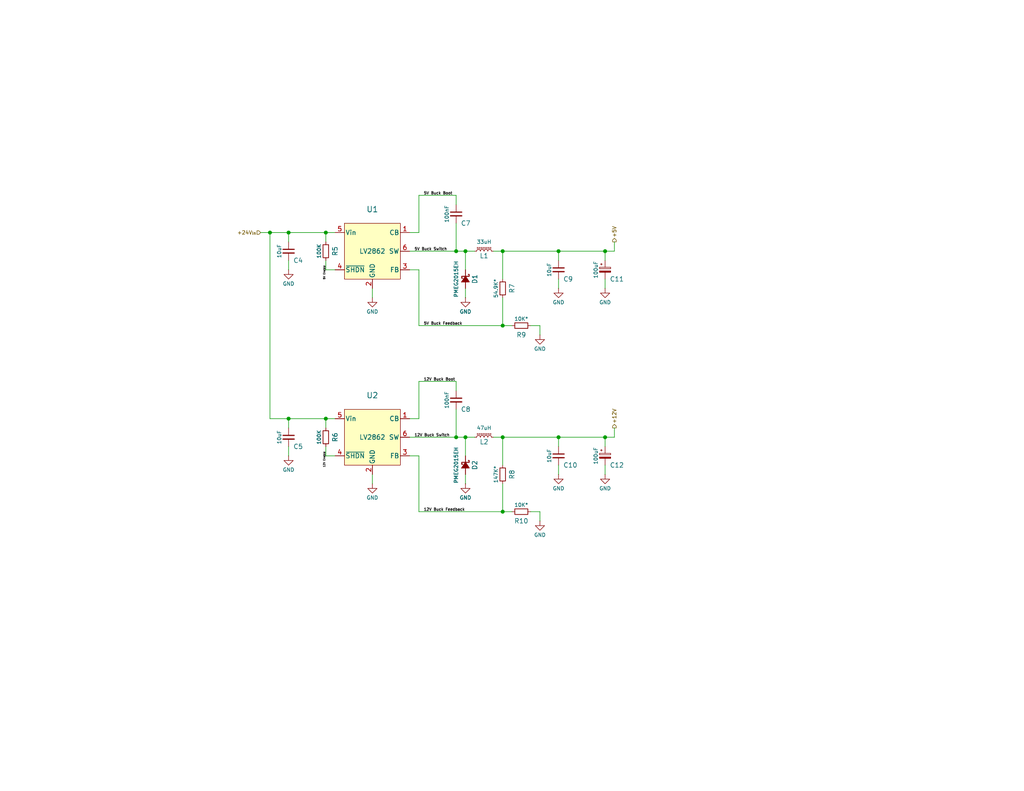
<source format=kicad_sch>
(kicad_sch (version 20231120) (generator "eeschema") (generator_version "8.0")
  (paper "USLetter")
  (title_block (title "Voltage Rails") (date "2025-02-06") (rev "1.0.1") (company "Erratic.Tech"))
  (lib_symbols
    (symbol "KiLight Mono:C_Polarized_Small" (pin_numbers hide) (pin_names (offset 0.254) hide)
      (property "Reference" "C" (at 0.254 1.778 0))
      (property "Value" "C_Polarized_Small" (at 0.254 -2.032 0))
      (symbol "C_Polarized_Small_0_1"
        (rectangle (start -1.524 -0.3048) (end 1.524 -0.6858) (fill (type outline)))
        (rectangle (start -1.524 0.6858) (end 1.524 0.3048))
        (polyline (pts (xy -1.27 1.524) (xy -0.762 1.524)))
        (polyline (pts (xy -1.016 1.27) (xy -1.016 1.778)))
      )
      (symbol "C_Polarized_Small_1_1"
        (pin passive line (at 0 2.54 270) (length 1.8542) (name "~") (number "1"))
        (pin passive line (at 0 -2.54 90) (length 1.8542) (name "~") (number "2"))
      )
    )
    (symbol "KiLight Mono:C_Small" (pin_numbers hide) (pin_names (offset 0.254) hide)
      (property "Reference" "C" (at 0.254 1.778 0))
      (property "Value" "C_Small" (at 0.254 -2.032 0))
      (symbol "C_Small_0_1"
        (polyline (pts (xy -1.524 -0.508) (xy 1.524 -0.508)) (stroke (width 0.3302)))
        (polyline (pts (xy -1.524 0.508) (xy 1.524 0.508)) (stroke (width 0.3048)))
      )
      (symbol "C_Small_1_1"
        (pin passive line (at 0 2.54 270) (length 2.032) (name "~") (number "1"))
        (pin passive line (at 0 -2.54 90) (length 2.032) (name "~") (number "2"))
      )
    )
    (symbol "KiLight Mono:D_Schottky_Small_Filled" (pin_numbers hide) (pin_names (offset 0.254) hide)
      (property "Reference" "D" (at -1.27 2.032 0))
      (property "Value" "D_Schottky_Small_Filled" (at -7.112 -2.032 0))
      (symbol "D_Schottky_Small_Filled_0_1"
        (polyline (pts (xy -0.762 0) (xy 0.762 0)))
        (polyline (pts (xy 0.762 -1.016) (xy -0.762 0) (xy 0.762 1.016) (xy 0.762 -1.016)) (stroke (width 0.254)) (fill (type outline)))
        (polyline (pts (xy -1.27 0.762) (xy -1.27 1.016) (xy -0.762 1.016) (xy -0.762 -1.016) (xy -0.254 -1.016) (xy -0.254 -0.762)) (stroke (width 0.254)))
      )
      (symbol "D_Schottky_Small_Filled_1_1"
        (pin passive line (at -2.54 0 0) (length 1.778) (name "K") (number "1"))
        (pin passive line (at 2.54 0 180) (length 1.778) (name "A") (number "2"))
      )
    )
    (symbol "KiLight Mono:GND" (power) (pin_numbers hide) (pin_names (offset 0) hide)
      (property "Value" "GND" (at 0 -3.81 0))
      (symbol "GND_0_1"
        (polyline (pts (xy 0 0) (xy 0 -1.27) (xy 1.27 -1.27) (xy 0 -2.54) (xy -1.27 -1.27) (xy 0 -1.27)))
      )
      (symbol "GND_1_1"
        (pin power_in line (at 0 0 270) (length 0) (name "~") (number "1"))
      )
    )
    (symbol "KiLight Mono:LV2862" (pin_names (offset 0.254))
      (property "Reference" "U" (at 7.62 -8.89 0))
      (property "Value" "LV2862" (at 0 0 0))
      (symbol "LV2862_0_1"
        (rectangle (start -7.62 7.62) (end 7.62 -7.62) (fill (type background)))
      )
      (symbol "LV2862_1_1"
        (pin input line (at 10.16 5.08 180) (length 2.54) (name "CB") (number "1"))
        (pin power_in line (at 0 -10.16 90) (length 2.54) (name "GND") (number "2"))
        (pin input line (at 10.16 -5.08 180) (length 2.54) (name "FB") (number "3"))
        (pin input line (at -10.16 -5.08 0) (length 2.54) (name "~{SHDN}") (number "4"))
        (pin power_in line (at -10.16 5.08 0) (length 2.54) (name "Vin") (number "5"))
        (pin power_out line (at 10.16 0 180) (length 2.54) (name "SW") (number "6"))
      )
    )
    (symbol "KiLight Mono:L_Ferrite_Small" (pin_numbers hide) (pin_names (offset 0.254) hide)
      (property "Reference" "L" (at 1.27 1.016 0))
      (property "Value" "L_Ferrite_Small" (at 1.27 -1.27 0))
      (symbol "L_Ferrite_Small_0_1"
        (arc (start 0 -2.032) (mid 0.5058 -1.524) (end 0 -1.016))
        (arc (start 0 -1.016) (mid 0.5058 -0.508) (end 0 0))
        (polyline (pts (xy 0.762 -1.905) (xy 0.762 -1.651)))
        (polyline (pts (xy 0.762 -1.397) (xy 0.762 -1.143)))
        (polyline (pts (xy 0.762 -0.889) (xy 0.762 -0.635)))
        (polyline (pts (xy 0.762 -0.381) (xy 0.762 -0.127)))
        (polyline (pts (xy 0.762 0.127) (xy 0.762 0.381)))
        (polyline (pts (xy 0.762 0.635) (xy 0.762 0.889)))
        (polyline (pts (xy 0.762 1.143) (xy 0.762 1.397)))
        (polyline (pts (xy 0.762 1.651) (xy 0.762 1.905)))
        (polyline (pts (xy 1.016 -1.651) (xy 1.016 -1.905)))
        (polyline (pts (xy 1.016 -1.143) (xy 1.016 -1.397)))
        (polyline (pts (xy 1.016 -0.635) (xy 1.016 -0.889)))
        (polyline (pts (xy 1.016 -0.127) (xy 1.016 -0.381)))
        (polyline (pts (xy 1.016 0.381) (xy 1.016 0.127)))
        (polyline (pts (xy 1.016 0.889) (xy 1.016 0.635)))
        (polyline (pts (xy 1.016 1.397) (xy 1.016 1.143)))
        (polyline (pts (xy 1.016 1.905) (xy 1.016 1.651)))
        (arc (start 0 0) (mid 0.5058 0.508) (end 0 1.016))
        (arc (start 0 1.016) (mid 0.5058 1.524) (end 0 2.032))
      )
      (symbol "L_Ferrite_Small_1_1"
        (pin passive line (at 0 2.54 270) (length 0.508) (name "~") (number "1"))
        (pin passive line (at 0 -2.54 90) (length 0.508) (name "~") (number "2"))
      )
    )
    (symbol "KiLight Mono:R_Small" (pin_numbers hide) (pin_names (offset 0.254) hide)
      (property "Reference" "R" (at 0.762 0.508 0))
      (property "Value" "R_Small" (at 0.762 -1.016 0))
      (symbol "R_Small_0_1"
        (rectangle (start -0.762 1.778) (end 0.762 -1.778) (stroke (width 0.2032)))
      )
      (symbol "R_Small_1_1"
        (pin passive line (at 0 2.54 270) (length 0.762) (name "~") (number "1"))
        (pin passive line (at 0 -2.54 90) (length 0.762) (name "~") (number "2"))
      )
    )
  )
  (junction (at 137.16 119.38))
  (junction (at 137.16 68.58))
  (junction (at 78.74 63.5))
  (junction (at 88.9 114.3))
  (junction (at 73.66 63.5))
  (junction (at 127 119.38))
  (junction (at 152.4 68.58))
  (junction (at 88.9 63.5))
  (junction (at 124.46 119.38))
  (junction (at 127 68.58))
  (junction (at 152.4 119.38))
  (junction (at 137.16 139.7))
  (junction (at 124.46 68.58))
  (junction (at 78.74 114.3))
  (junction (at 165.1 119.38))
  (junction (at 137.16 88.9))
  (junction (at 165.1 68.58))
  (wire (pts (xy 114.3 53.34) (xy 114.3 63.5)))
  (wire (pts (xy 78.74 63.5) (xy 88.9 63.5)))
  (wire (pts (xy 73.66 63.5) (xy 78.74 63.5)))
  (wire (pts (xy 152.4 121.92) (xy 152.4 119.38)))
  (wire (pts (xy 137.16 88.9) (xy 139.7 88.9)))
  (wire (pts (xy 114.3 88.9) (xy 137.16 88.9)))
  (wire (pts (xy 137.16 68.58) (xy 152.4 68.58)))
  (wire (pts (xy 127 68.58) (xy 129.54 68.58)))
  (wire (pts (xy 152.4 76.2) (xy 152.4 78.74)))
  (wire (pts (xy 114.3 73.66) (xy 114.3 88.9)))
  (wire (pts (xy 124.46 104.14) (xy 124.46 106.68)))
  (wire (pts (xy 144.78 139.7) (xy 147.32 139.7)))
  (wire (pts (xy 114.3 53.34) (xy 124.46 53.34)))
  (wire (pts (xy 101.6 129.54) (xy 101.6 132.08)))
  (wire (pts (xy 137.16 119.38) (xy 134.62 119.38)))
  (wire (pts (xy 165.1 76.2) (xy 165.1 78.74)))
  (wire (pts (xy 88.9 114.3) (xy 91.44 114.3)))
  (wire (pts (xy 88.9 124.46) (xy 91.44 124.46)))
  (wire (pts (xy 101.6 78.74) (xy 101.6 81.28)))
  (wire (pts (xy 124.46 119.38) (xy 127 119.38)))
  (wire (pts (xy 78.74 114.3) (xy 78.74 116.84)))
  (wire (pts (xy 144.78 88.9) (xy 147.32 88.9)))
  (wire (pts (xy 114.3 104.14) (xy 124.46 104.14)))
  (wire (pts (xy 165.1 119.38) (xy 167.64 119.38)))
  (wire (pts (xy 91.44 73.66) (xy 88.9 73.66)))
  (wire (pts (xy 114.3 139.7) (xy 137.16 139.7)))
  (wire (pts (xy 152.4 71.12) (xy 152.4 68.58)))
  (wire (pts (xy 111.76 68.58) (xy 124.46 68.58)))
  (wire (pts (xy 167.64 66.04) (xy 167.64 68.58)))
  (wire (pts (xy 147.32 88.9) (xy 147.32 91.44)))
  (wire (pts (xy 137.16 139.7) (xy 139.7 139.7)))
  (wire (pts (xy 127 68.58) (xy 127 73.66)))
  (wire (pts (xy 73.66 114.3) (xy 78.74 114.3)))
  (wire (pts (xy 165.1 68.58) (xy 167.64 68.58)))
  (wire (pts (xy 114.3 124.46) (xy 111.76 124.46)))
  (wire (pts (xy 78.74 71.12) (xy 78.74 73.66)))
  (wire (pts (xy 88.9 73.66) (xy 88.9 71.12)))
  (wire (pts (xy 73.66 63.5) (xy 73.66 114.3)))
  (wire (pts (xy 114.3 114.3) (xy 114.3 104.14)))
  (wire (pts (xy 114.3 73.66) (xy 111.76 73.66)))
  (wire (pts (xy 124.46 53.34) (xy 124.46 55.88)))
  (wire (pts (xy 111.76 114.3) (xy 114.3 114.3)))
  (wire (pts (xy 111.76 119.38) (xy 124.46 119.38)))
  (wire (pts (xy 88.9 66.04) (xy 88.9 63.5)))
  (wire (pts (xy 137.16 132.08) (xy 137.16 139.7)))
  (wire (pts (xy 152.4 68.58) (xy 165.1 68.58)))
  (wire (pts (xy 124.46 111.76) (xy 124.46 119.38)))
  (wire (pts (xy 124.46 68.58) (xy 127 68.58)))
  (wire (pts (xy 147.32 139.7) (xy 147.32 142.24)))
  (wire (pts (xy 88.9 116.84) (xy 88.9 114.3)))
  (wire (pts (xy 165.1 68.58) (xy 165.1 71.12)))
  (wire (pts (xy 165.1 119.38) (xy 165.1 121.92)))
  (wire (pts (xy 127 129.54) (xy 127 132.08)))
  (wire (pts (xy 165.1 127) (xy 165.1 129.54)))
  (wire (pts (xy 78.74 63.5) (xy 78.74 66.04)))
  (wire (pts (xy 137.16 119.38) (xy 137.16 127)))
  (wire (pts (xy 167.64 116.84) (xy 167.64 119.38)))
  (wire (pts (xy 111.76 63.5) (xy 114.3 63.5)))
  (wire (pts (xy 127 119.38) (xy 129.54 119.38)))
  (wire (pts (xy 88.9 63.5) (xy 91.44 63.5)))
  (wire (pts (xy 78.74 114.3) (xy 88.9 114.3)))
  (wire (pts (xy 127 119.38) (xy 127 124.46)))
  (wire (pts (xy 127 78.74) (xy 127 81.28)))
  (wire (pts (xy 137.16 68.58) (xy 134.62 68.58)))
  (wire (pts (xy 137.16 81.28) (xy 137.16 88.9)))
  (wire (pts (xy 124.46 60.96) (xy 124.46 68.58)))
  (wire (pts (xy 78.74 121.92) (xy 78.74 124.46)))
  (wire (pts (xy 152.4 119.38) (xy 165.1 119.38)))
  (wire (pts (xy 152.4 127) (xy 152.4 129.54)))
  (wire (pts (xy 137.16 119.38) (xy 152.4 119.38)))
  (wire (pts (xy 71.12 63.5) (xy 73.66 63.5)))
  (wire (pts (xy 114.3 124.46) (xy 114.3 139.7)))
  (wire (pts (xy 137.16 68.58) (xy 137.16 76.2)))
  (wire (pts (xy 88.9 121.92) (xy 88.9 124.46)))
  (label "5V Enable" (at 88.9 72.39 270) (effects (font (size 0.5 0.5))))
  (label "5V Buck Boot" (at 115.57 53.34 0) (effects (font (size 0.75 0.75))))
  (label "12V Buck Boot" (at 115.57 104.14 0) (effects (font (size 0.75 0.75))))
  (label "12V Enable" (at 88.9 123.19 270) (effects (font (size 0.5 0.5))))
  (label "5V Buck Feedback" (at 115.57 88.9 0) (effects (font (size 0.75 0.75))))
  (label "12V Buck Switch" (at 113.03 119.38 0) (effects (font (size 0.75 0.75))))
  (label "12V Buck Feedback" (at 115.57 139.7 0) (effects (font (size 0.75 0.75))))
  (label "5V Buck Switch" (at 113.03 68.58 0) (effects (font (size 0.75 0.75))))
  (hierarchical_label "+24V_{In}" (shape input) (at 71.12 63.5 180) (effects (font (size 1 1))))
  (hierarchical_label "+12V" (shape output) (at 167.64 116.84 90) (effects (font (size 1 1))))
  (hierarchical_label "+5V" (shape output) (at 167.64 66.04 90) (effects (font (size 1 1))))
  (symbol (lib_id "KiLight Mono:C_Small") (at 78.74 119.38 0) (unit 1)
    (property "Reference" "C5" (at 80.01 121.92 0) (effects (justify left)))
    (property "Value" "10uF" (at 76.2 119.38 90) (effects (font (size 1 1))))
    (property "Footprint" "Capacitor_SMD:C_1206_3216Metric" (effects (hide yes)))
    (property "Part Number" "UMK316BBJ106ML-T" (effects (hide yes)))
  )
  (symbol (lib_id "KiLight Mono:R_Small") (at 137.16 129.54 180) (unit 1)
    (property "Reference" "R8" (at 139.7 129.54 90))
    (property "Value" "147K*" (at 135.89 129.54 90) (effects (font (size 1 1)) (justify top)))
    (property "Footprint" "Resistor_SMD:R_0603_1608Metric" (effects (hide yes)))
    (property "Part Number" "ERA-3AEB1473V" (effects (hide yes)))
    (instances (project "Light Module" (path "" (reference "R8") (unit 1))) (project "Light Module" (path "" (reference "R5") (unit 1))))
  )
  (symbol (lib_id "KiLight Mono:GND") (at 78.74 73.66 0) (unit 1)
    (property "Reference" "#PWR025" (effects (hide yes)))
    (property "Value" "GND" (at 78.74 77.47 0) (effects (font (size 1 1))))
    (property "Description" "Power symbol creates a global label with name \"GND\" , ground" (effects (hide yes)))
  )
  (symbol (lib_id "KiLight Mono:D_Schottky_Small_Filled") (at 127 76.2 270) (unit 1)
    (property "Reference" "D1" (at 129.54 76.2 0))
    (property "Value" "PMEG2015EH" (at 124.46 76.2 0) (effects (font (size 1 1))))
    (property "Footprint" "Diode_SMD:D_SOD-123F" (effects (hide yes)))
    (property "Part Number" "PMEG2015EH,115" (effects (hide yes)))
  )
  (symbol (lib_id "KiLight Mono:D_Schottky_Small_Filled") (at 127 127 270) (unit 1)
    (property "Reference" "D2" (at 129.54 127 0))
    (property "Value" "PMEG2015EH" (at 124.46 127 0) (effects (font (size 1 1))))
    (property "Footprint" "Diode_SMD:D_SOD-123F" (effects (hide yes)))
    (property "Part Number" "PMEG2015EH,115" (effects (hide yes)))
  )
  (symbol (lib_id "KiLight Mono:R_Small") (at 142.24 139.7 270) (unit 1)
    (property "Reference" "R10" (at 142.24 142.24 90))
    (property "Value" "10K*" (at 142.24 138.43 90) (effects (font (size 1 1)) (justify bottom)))
    (property "Footprint" "Resistor_SMD:R_0603_1608Metric" (effects (hide yes)))
    (property "Part Number" "ERA-3AEB103V" (effects (hide yes)))
    (instances (project "Light Module" (path "" (reference "R10") (unit 1))) (project "Light Module" (path "" (reference "R7") (unit 1))))
  )
  (symbol (lib_id "KiLight Mono:GND") (at 147.32 142.24 0) (unit 1)
    (property "Reference" "#PWR032" (effects (hide yes)))
    (property "Value" "GND" (at 147.32 146.05 0) (effects (font (size 1 1))))
    (property "Description" "Power symbol creates a global label with name \"GND\" , ground" (effects (hide yes)))
  )
  (symbol (lib_id "KiLight Mono:L_Ferrite_Small") (at 132.08 68.58 90) (unit 1)
    (property "Reference" "L1" (at 132.08 69.85 90))
    (property "Value" "33uH" (at 132.08 66.04 90) (effects (font (size 1 1))))
    (property "Footprint" "Inductor_SMD:L_Taiyo-Yuden_NR-80xx" (effects (hide yes)))
    (property "Part Number" "NR8040T330M" (effects (hide yes)))
  )
  (symbol (lib_id "KiLight Mono:GND") (at 165.1 129.54 0) (unit 1)
    (property "Reference" "#PWR036" (effects (hide yes)))
    (property "Value" "GND" (at 165.1 133.35 0) (effects (font (size 1 1))))
    (property "Description" "Power symbol creates a global label with name \"GND\" , ground" (effects (hide yes)))
  )
  (symbol (lib_id "KiLight Mono:C_Small") (at 152.4 73.66 0) (unit 1)
    (property "Reference" "C9" (at 153.67 76.2 0) (effects (justify left)))
    (property "Value" "10uF" (at 149.86 73.66 90) (effects (font (size 1 1))))
    (property "Footprint" "Capacitor_SMD:C_0805_2012Metric" (effects (hide yes)))
    (property "Part Number" "GRM21BC81C106KE15L" (effects (hide yes)))
    (instances (project "Light Module" (path "" (reference "C9") (unit 1))) (project "Light Module" (path "" (reference "C8") (unit 1))))
  )
  (symbol (lib_id "KiLight Mono:R_Small") (at 142.24 88.9 90) (unit 1)
    (property "Reference" "R9" (at 142.24 91.44 90))
    (property "Value" "10K*" (at 142.24 87.63 90) (effects (font (size 1 1)) (justify top)))
    (property "Footprint" "Resistor_SMD:R_0603_1608Metric" (effects (hide yes)))
    (property "Part Number" "ERA-3AEB103V" (effects (hide yes)))
    (instances (project "Light Module" (path "" (reference "R9") (unit 1))) (project "Light Module" (path "" (reference "R6") (unit 1))))
  )
  (symbol (lib_id "KiLight Mono:C_Small") (at 78.74 68.58 0) (unit 1)
    (property "Reference" "C4" (at 80.01 71.12 0) (effects (justify left)))
    (property "Value" "10uF" (at 76.2 68.58 90) (effects (font (size 1 1))))
    (property "Footprint" "Capacitor_SMD:C_1206_3216Metric" (effects (hide yes)))
    (property "Part Number" "UMK316BBJ106ML-T" (effects (hide yes)))
  )
  (symbol (lib_id "KiLight Mono:C_Small") (at 124.46 58.42 0) (unit 1)
    (property "Reference" "C7" (at 125.73 60.96 0) (effects (justify left)))
    (property "Value" "100nF" (at 121.92 58.42 90) (effects (font (size 1 1))))
    (property "Footprint" "Capacitor_SMD:C_0603_1608Metric" (effects (hide yes)))
    (property "Part Number" "C0603C104K5RACTU" (effects (hide yes)))
    (instances (project "Light Module" (path "" (reference "C7") (unit 1))) (project "Light Module" (path "" (reference "C6") (unit 1))))
  )
  (symbol (lib_id "KiLight Mono:GND") (at 165.1 78.74 0) (unit 1)
    (property "Reference" "#PWR035" (effects (hide yes)))
    (property "Value" "GND" (at 165.1 82.55 0) (effects (font (size 1 1))))
    (property "Description" "Power symbol creates a global label with name \"GND\" , ground" (effects (hide yes)))
  )
  (symbol (lib_id "KiLight Mono:GND") (at 127 132.08 0) (unit 1)
    (property "Reference" "#PWR030" (effects (hide yes)))
    (property "Value" "GND" (at 127 135.89 0) (effects (font (size 1 1))))
    (property "Description" "Power symbol creates a global label with name \"GND\" , ground" (effects (hide yes)))
  )
  (symbol (lib_id "KiLight Mono:R_Small") (at 137.16 78.74 180) (unit 1)
    (property "Reference" "R7" (at 139.7 78.74 90))
    (property "Value" "54.9K*" (at 135.89 78.74 90) (effects (font (size 1 1)) (justify top)))
    (property "Footprint" "Resistor_SMD:R_0603_1608Metric" (effects (hide yes)))
    (property "Part Number" "ERA-3AEB5492V" (effects (hide yes)))
    (instances (project "Light Module" (path "" (reference "R7") (unit 1))) (project "Light Module" (path "" (reference "R4") (unit 1))))
  )
  (symbol (lib_id "KiLight Mono:GND") (at 152.4 129.54 0) (unit 1)
    (property "Reference" "#PWR034" (effects (hide yes)))
    (property "Value" "GND" (at 152.4 133.35 0) (effects (font (size 1 1))))
    (property "Description" "Power symbol creates a global label with name \"GND\" , ground" (effects (hide yes)))
  )
  (symbol (lib_id "KiLight Mono:R_Small") (at 88.9 68.58 0) (unit 1)
    (property "Reference" "R5" (at 91.44 68.58 90))
    (property "Value" "100K" (at 87.63 68.58 90) (effects (font (size 1 1)) (justify bottom)))
    (property "Footprint" "Resistor_SMD:R_0603_1608Metric" (effects (hide yes)))
    (property "Part Number" "RMCF0603FT100K" (effects (hide yes)))
    (instances (project "Light Module" (path "" (reference "R5") (unit 1))) (project "Light Module" (path "" (reference "R2") (unit 1))))
  )
  (symbol (lib_id "KiLight Mono:L_Ferrite_Small") (at 132.08 119.38 90) (unit 1)
    (property "Reference" "L2" (at 132.08 120.65 90))
    (property "Value" "47uH" (at 132.08 116.84 90) (effects (font (size 1 1))))
    (property "Footprint" "Inductor_SMD:L_Taiyo-Yuden_NR-80xx" (effects (hide yes)))
    (property "Part Number" "NR8040T470M" (effects (hide yes)))
  )
  (symbol (lib_id "KiLight Mono:C_Small") (at 124.46 109.22 0) (unit 1)
    (property "Reference" "C8" (at 125.73 111.76 0) (effects (justify left)))
    (property "Value" "100nF" (at 121.92 109.22 90) (effects (font (size 1 1))))
    (property "Footprint" "Capacitor_SMD:C_0603_1608Metric" (effects (hide yes)))
    (property "Part Number" "C0603C104K5RACTU" (effects (hide yes)))
    (instances (project "Light Module" (path "" (reference "C8") (unit 1))) (project "Light Module" (path "" (reference "C7") (unit 1))))
  )
  (symbol (lib_id "KiLight Mono:R_Small") (at 88.9 119.38 0) (unit 1)
    (property "Reference" "R6" (at 91.44 119.38 90))
    (property "Value" "100K" (at 87.63 119.38 90) (effects (font (size 1 1)) (justify bottom)))
    (property "Footprint" "Resistor_SMD:R_0603_1608Metric" (effects (hide yes)))
    (property "Part Number" "RMCF0603FT100K" (effects (hide yes)))
    (instances (project "Light Module" (path "" (reference "R6") (unit 1))) (project "Light Module" (path "" (reference "R3") (unit 1))))
  )
  (symbol (lib_id "KiLight Mono:LV2862") (at 101.6 119.38 0) (unit 1)
    (property "Reference" "U2" (at 101.6 107.95 0) (effects (font (size 1.524 1.524))))
    (property "Value" "LV2862" (at 101.6 119.38 0))
    (property "Footprint" "Package_TO_SOT_SMD:SOT-23-6" (effects (hide yes)))
    (property "Datasheet" "https://www.ti.com/lit/ds/symlink/lv2862.pdf" (effects (hide yes)))
    (property "Part Number" "LV2862XLVDDCR" (effects (hide yes)))
    (instances (project "Light Module" (path "" (reference "U2") (unit 1))) (project "Light Module" (path "" (reference "U3") (unit 1))))
  )
  (symbol (lib_id "KiLight Mono:C_Small") (at 152.4 124.46 0) (unit 1)
    (property "Reference" "C10" (at 153.67 127 0) (effects (justify left)))
    (property "Value" "10uF" (at 149.86 124.46 90) (effects (font (size 1 1))))
    (property "Footprint" "Capacitor_SMD:C_0805_2012Metric" (effects (hide yes)))
    (property "Part Number" "GRM21BC81C106KE15L" (effects (hide yes)))
    (instances (project "Light Module" (path "" (reference "C10") (unit 1))) (project "Light Module" (path "" (reference "C9") (unit 1))))
  )
  (symbol (lib_id "KiLight Mono:LV2862") (at 101.6 68.58 0) (unit 1)
    (property "Reference" "U1" (at 101.6 57.15 0) (effects (font (size 1.524 1.524))))
    (property "Value" "LV2862" (at 101.6 68.58 0))
    (property "Footprint" "Package_TO_SOT_SMD:SOT-23-6" (effects (hide yes)))
    (property "Datasheet" "https://www.ti.com/lit/ds/symlink/lv2862.pdf" (effects (hide yes)))
    (property "Part Number" "LV2862XLVDDCR" (effects (hide yes)))
    (instances (project "Light Module" (path "" (reference "U1") (unit 1))) (project "Light Module" (path "" (reference "U2") (unit 1))))
  )
  (symbol (lib_id "KiLight Mono:GND") (at 78.74 124.46 0) (unit 1)
    (property "Reference" "#PWR026" (effects (hide yes)))
    (property "Value" "GND" (at 78.74 128.27 0) (effects (font (size 1 1))))
    (property "Description" "Power symbol creates a global label with name \"GND\" , ground" (effects (hide yes)))
  )
  (symbol (lib_id "KiLight Mono:GND") (at 152.4 78.74 0) (unit 1)
    (property "Reference" "#PWR033" (effects (hide yes)))
    (property "Value" "GND" (at 152.4 82.55 0) (effects (font (size 1 1))))
    (property "Description" "Power symbol creates a global label with name \"GND\" , ground" (effects (hide yes)))
  )
  (symbol (lib_id "KiLight Mono:C_Polarized_Small") (at 165.1 73.66 0) (unit 1)
    (property "Reference" "C11" (at 166.37 76.2 0) (effects (justify left)))
    (property "Value" "100uF" (at 162.56 73.66 90) (effects (font (size 1 1))))
    (property "Footprint" "Capacitor_SMD:CP_Elec_6.3x5.8" (effects (hide yes)))
    (property "Description" "Polarized capacitor, small symbol" (effects (hide yes)))
    (property "Part Number" "875105344010" (effects (hide yes)))
    (instances (project "" (path "" (reference "C11") (unit 1))) (project "" (path "" (reference "C10") (unit 1))))
  )
  (symbol (lib_id "KiLight Mono:GND") (at 147.32 91.44 0) (unit 1)
    (property "Reference" "#PWR031" (effects (hide yes)))
    (property "Value" "GND" (at 147.32 95.25 0) (effects (font (size 1 1))))
    (property "Description" "Power symbol creates a global label with name \"GND\" , ground" (effects (hide yes)))
  )
  (symbol (lib_id "KiLight Mono:C_Polarized_Small") (at 165.1 124.46 0) (unit 1)
    (property "Reference" "C12" (at 166.37 127 0) (effects (justify left)))
    (property "Value" "100uF" (at 162.56 124.46 90) (effects (font (size 1 1))))
    (property "Footprint" "Capacitor_SMD:CP_Elec_6.3x7.7" (effects (hide yes)))
    (property "Part Number" "EEH-ZA1E101XP" (effects (hide yes)))
    (instances (project "Light Module" (path "" (reference "C12") (unit 1))) (project "Light Module" (path "" (reference "C11") (unit 1))))
  )
  (symbol (lib_id "KiLight Mono:GND") (at 127 81.28 0) (unit 1)
    (property "Reference" "#PWR029" (effects (hide yes)))
    (property "Value" "GND" (at 127 85.09 0) (effects (font (size 1 1))))
    (property "Description" "Power symbol creates a global label with name \"GND\" , ground" (effects (hide yes)))
  )
  (symbol (lib_id "KiLight Mono:GND") (at 101.6 81.28 0) (unit 1)
    (property "Reference" "#PWR027" (effects (hide yes)))
    (property "Value" "GND" (at 101.6 85.09 0) (effects (font (size 1 1))))
    (property "Description" "Power symbol creates a global label with name \"GND\" , ground" (effects (hide yes)))
  )
  (symbol (lib_id "KiLight Mono:GND") (at 101.6 132.08 0) (unit 1)
    (property "Reference" "#PWR028" (effects (hide yes)))
    (property "Value" "GND" (at 101.6 135.89 0) (effects (font (size 1 1))))
    (property "Description" "Power symbol creates a global label with name \"GND\" , ground" (effects (hide yes)))
  )
)
</source>
